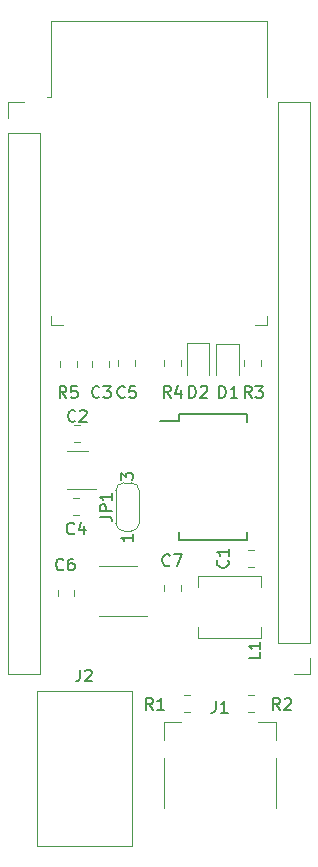
<source format=gto>
G04 #@! TF.GenerationSoftware,KiCad,Pcbnew,(5.1.4-0-10_14)*
G04 #@! TF.CreationDate,2019-11-01T18:28:51-07:00*
G04 #@! TF.ProjectId,esp32-generic-board,65737033-322d-4676-956e-657269632d62,rev?*
G04 #@! TF.SameCoordinates,Original*
G04 #@! TF.FileFunction,Legend,Top*
G04 #@! TF.FilePolarity,Positive*
%FSLAX46Y46*%
G04 Gerber Fmt 4.6, Leading zero omitted, Abs format (unit mm)*
G04 Created by KiCad (PCBNEW (5.1.4-0-10_14)) date 2019-11-01 18:28:51*
%MOMM*%
%LPD*%
G04 APERTURE LIST*
%ADD10C,0.120000*%
%ADD11C,0.100000*%
%ADD12C,0.150000*%
G04 APERTURE END LIST*
D10*
X-60000Y-48320000D02*
X2600000Y-48320000D01*
X-60000Y-2540000D02*
X-60000Y-48320000D01*
X2600000Y-2540000D02*
X2600000Y-48320000D01*
X-60000Y-2540000D02*
X2600000Y-2540000D01*
X-60000Y-1270000D02*
X-60000Y60000D01*
X-60000Y60000D02*
X1270000Y60000D01*
X21093500Y-52415000D02*
X22593500Y-52415000D01*
X13093500Y-52415000D02*
X13093500Y-53935000D01*
X13093500Y-52415000D02*
X14593500Y-52415000D01*
X22593500Y-55435000D02*
X22593500Y-59675000D01*
X22593500Y-52415000D02*
X22593500Y-53935000D01*
X13093500Y-55435000D02*
X13093500Y-59675000D01*
X25460000Y-48320000D02*
X24130000Y-48320000D01*
X25460000Y-46990000D02*
X25460000Y-48320000D01*
X25460000Y-45720000D02*
X22800000Y-45720000D01*
X22800000Y-45720000D02*
X22800000Y60000D01*
X25460000Y-45720000D02*
X25460000Y60000D01*
X25460000Y60000D02*
X22800000Y60000D01*
X20769078Y-39254500D02*
X20251922Y-39254500D01*
X20769078Y-37834500D02*
X20251922Y-37834500D01*
X5534922Y-28713500D02*
X6052078Y-28713500D01*
X5534922Y-27293500D02*
X6052078Y-27293500D01*
X7037000Y-21824422D02*
X7037000Y-22341578D01*
X8457000Y-21824422D02*
X8457000Y-22341578D01*
X5441422Y-33453000D02*
X5958578Y-33453000D01*
X5441422Y-34873000D02*
X5958578Y-34873000D01*
X9259500Y-21790922D02*
X9259500Y-22308078D01*
X10679500Y-21790922D02*
X10679500Y-22308078D01*
X5536000Y-41255422D02*
X5536000Y-41772578D01*
X4116000Y-41255422D02*
X4116000Y-41772578D01*
X19438500Y-23049500D02*
X19438500Y-20364500D01*
X19438500Y-20364500D02*
X17518500Y-20364500D01*
X17518500Y-20364500D02*
X17518500Y-23049500D01*
X15042000Y-20349500D02*
X15042000Y-23034500D01*
X16962000Y-20349500D02*
X15042000Y-20349500D01*
X16962000Y-23034500D02*
X16962000Y-20349500D01*
X10398000Y-49776000D02*
X2398000Y-49776000D01*
X2398000Y-49776000D02*
X2398000Y-62876000D01*
D11*
X10398000Y-62876000D02*
X2398000Y-62876000D01*
X10398000Y-49776000D02*
X10398000Y-62876000D01*
D10*
X10333000Y-36246500D02*
X9733000Y-36246500D01*
X11033000Y-32796500D02*
X11033000Y-35596500D01*
X9733000Y-32146500D02*
X10333000Y-32146500D01*
X9033000Y-35596500D02*
X9033000Y-32796500D01*
X9033000Y-32846500D02*
G75*
G02X9733000Y-32146500I700000J0D01*
G01*
X10333000Y-32146500D02*
G75*
G02X11033000Y-32846500I0J-700000D01*
G01*
X11033000Y-35546500D02*
G75*
G02X10333000Y-36246500I-700000J0D01*
G01*
X9733000Y-36246500D02*
G75*
G02X9033000Y-35546500I0J700000D01*
G01*
X16029000Y-40977000D02*
X16029000Y-40032000D01*
X16029000Y-40032000D02*
X21309000Y-40032000D01*
X21309000Y-40032000D02*
X21309000Y-40977000D01*
X16029000Y-44367000D02*
X16029000Y-45312000D01*
X16029000Y-45312000D02*
X21309000Y-45312000D01*
X21309000Y-45312000D02*
X21309000Y-44367000D01*
X14775922Y-50153500D02*
X15293078Y-50153500D01*
X14775922Y-51573500D02*
X15293078Y-51573500D01*
X20236922Y-51573500D02*
X20754078Y-51573500D01*
X20236922Y-50153500D02*
X20754078Y-50153500D01*
X19927500Y-22308078D02*
X19927500Y-21790922D01*
X21347500Y-22308078D02*
X21347500Y-21790922D01*
X14553000Y-22293078D02*
X14553000Y-21775922D01*
X13133000Y-22293078D02*
X13133000Y-21775922D01*
X4306500Y-22341578D02*
X4306500Y-21824422D01*
X5726500Y-22341578D02*
X5726500Y-21824422D01*
X6721500Y-29441500D02*
X4921500Y-29441500D01*
X4921500Y-32661500D02*
X7371500Y-32661500D01*
X10817500Y-39209000D02*
X7597500Y-39209000D01*
X11707500Y-43468000D02*
X7597500Y-43468000D01*
D12*
X14397000Y-26361500D02*
X14397000Y-26936500D01*
X20147000Y-26361500D02*
X20147000Y-27011500D01*
X20147000Y-37011500D02*
X20147000Y-36361500D01*
X14397000Y-37011500D02*
X14397000Y-36361500D01*
X14397000Y-26361500D02*
X20147000Y-26361500D01*
X14397000Y-37011500D02*
X20147000Y-37011500D01*
X14397000Y-26936500D02*
X12797000Y-26936500D01*
D10*
X3580000Y-18053500D02*
X3580000Y-18833500D01*
X3580000Y-18833500D02*
X4580000Y-18833500D01*
X21820000Y-18053500D02*
X21820000Y-18833500D01*
X21820000Y-18833500D02*
X20820000Y-18833500D01*
X3580000Y6911500D02*
X21820000Y6911500D01*
X21820000Y6911500D02*
X21820000Y491500D01*
X3580000Y6911500D02*
X3580000Y491500D01*
X3580000Y491500D02*
X3200000Y491500D01*
X13133000Y-41358078D02*
X13133000Y-40840922D01*
X14553000Y-41358078D02*
X14553000Y-40840922D01*
D12*
X17510166Y-50633380D02*
X17510166Y-51347666D01*
X17462547Y-51490523D01*
X17367309Y-51585761D01*
X17224452Y-51633380D01*
X17129214Y-51633380D01*
X18510166Y-51633380D02*
X17938738Y-51633380D01*
X18224452Y-51633380D02*
X18224452Y-50633380D01*
X18129214Y-50776238D01*
X18033976Y-50871476D01*
X17938738Y-50919095D01*
X18503142Y-38711166D02*
X18550761Y-38758785D01*
X18598380Y-38901642D01*
X18598380Y-38996880D01*
X18550761Y-39139738D01*
X18455523Y-39234976D01*
X18360285Y-39282595D01*
X18169809Y-39330214D01*
X18026952Y-39330214D01*
X17836476Y-39282595D01*
X17741238Y-39234976D01*
X17646000Y-39139738D01*
X17598380Y-38996880D01*
X17598380Y-38901642D01*
X17646000Y-38758785D01*
X17693619Y-38711166D01*
X18598380Y-37758785D02*
X18598380Y-38330214D01*
X18598380Y-38044500D02*
X17598380Y-38044500D01*
X17741238Y-38139738D01*
X17836476Y-38234976D01*
X17884095Y-38330214D01*
X5611833Y-26900142D02*
X5564214Y-26947761D01*
X5421357Y-26995380D01*
X5326119Y-26995380D01*
X5183261Y-26947761D01*
X5088023Y-26852523D01*
X5040404Y-26757285D01*
X4992785Y-26566809D01*
X4992785Y-26423952D01*
X5040404Y-26233476D01*
X5088023Y-26138238D01*
X5183261Y-26043000D01*
X5326119Y-25995380D01*
X5421357Y-25995380D01*
X5564214Y-26043000D01*
X5611833Y-26090619D01*
X5992785Y-26090619D02*
X6040404Y-26043000D01*
X6135642Y-25995380D01*
X6373738Y-25995380D01*
X6468976Y-26043000D01*
X6516595Y-26090619D01*
X6564214Y-26185857D01*
X6564214Y-26281095D01*
X6516595Y-26423952D01*
X5945166Y-26995380D01*
X6564214Y-26995380D01*
X7643833Y-24868142D02*
X7596214Y-24915761D01*
X7453357Y-24963380D01*
X7358119Y-24963380D01*
X7215261Y-24915761D01*
X7120023Y-24820523D01*
X7072404Y-24725285D01*
X7024785Y-24534809D01*
X7024785Y-24391952D01*
X7072404Y-24201476D01*
X7120023Y-24106238D01*
X7215261Y-24011000D01*
X7358119Y-23963380D01*
X7453357Y-23963380D01*
X7596214Y-24011000D01*
X7643833Y-24058619D01*
X7977166Y-23963380D02*
X8596214Y-23963380D01*
X8262880Y-24344333D01*
X8405738Y-24344333D01*
X8500976Y-24391952D01*
X8548595Y-24439571D01*
X8596214Y-24534809D01*
X8596214Y-24772904D01*
X8548595Y-24868142D01*
X8500976Y-24915761D01*
X8405738Y-24963380D01*
X8120023Y-24963380D01*
X8024785Y-24915761D01*
X7977166Y-24868142D01*
X5518333Y-36425142D02*
X5470714Y-36472761D01*
X5327857Y-36520380D01*
X5232619Y-36520380D01*
X5089761Y-36472761D01*
X4994523Y-36377523D01*
X4946904Y-36282285D01*
X4899285Y-36091809D01*
X4899285Y-35948952D01*
X4946904Y-35758476D01*
X4994523Y-35663238D01*
X5089761Y-35568000D01*
X5232619Y-35520380D01*
X5327857Y-35520380D01*
X5470714Y-35568000D01*
X5518333Y-35615619D01*
X6375476Y-35853714D02*
X6375476Y-36520380D01*
X6137380Y-35472761D02*
X5899285Y-36187047D01*
X6518333Y-36187047D01*
X9802833Y-24868142D02*
X9755214Y-24915761D01*
X9612357Y-24963380D01*
X9517119Y-24963380D01*
X9374261Y-24915761D01*
X9279023Y-24820523D01*
X9231404Y-24725285D01*
X9183785Y-24534809D01*
X9183785Y-24391952D01*
X9231404Y-24201476D01*
X9279023Y-24106238D01*
X9374261Y-24011000D01*
X9517119Y-23963380D01*
X9612357Y-23963380D01*
X9755214Y-24011000D01*
X9802833Y-24058619D01*
X10707595Y-23963380D02*
X10231404Y-23963380D01*
X10183785Y-24439571D01*
X10231404Y-24391952D01*
X10326642Y-24344333D01*
X10564738Y-24344333D01*
X10659976Y-24391952D01*
X10707595Y-24439571D01*
X10755214Y-24534809D01*
X10755214Y-24772904D01*
X10707595Y-24868142D01*
X10659976Y-24915761D01*
X10564738Y-24963380D01*
X10326642Y-24963380D01*
X10231404Y-24915761D01*
X10183785Y-24868142D01*
X4595833Y-39473142D02*
X4548214Y-39520761D01*
X4405357Y-39568380D01*
X4310119Y-39568380D01*
X4167261Y-39520761D01*
X4072023Y-39425523D01*
X4024404Y-39330285D01*
X3976785Y-39139809D01*
X3976785Y-38996952D01*
X4024404Y-38806476D01*
X4072023Y-38711238D01*
X4167261Y-38616000D01*
X4310119Y-38568380D01*
X4405357Y-38568380D01*
X4548214Y-38616000D01*
X4595833Y-38663619D01*
X5452976Y-38568380D02*
X5262500Y-38568380D01*
X5167261Y-38616000D01*
X5119642Y-38663619D01*
X5024404Y-38806476D01*
X4976785Y-38996952D01*
X4976785Y-39377904D01*
X5024404Y-39473142D01*
X5072023Y-39520761D01*
X5167261Y-39568380D01*
X5357738Y-39568380D01*
X5452976Y-39520761D01*
X5500595Y-39473142D01*
X5548214Y-39377904D01*
X5548214Y-39139809D01*
X5500595Y-39044571D01*
X5452976Y-38996952D01*
X5357738Y-38949333D01*
X5167261Y-38949333D01*
X5072023Y-38996952D01*
X5024404Y-39044571D01*
X4976785Y-39139809D01*
X17803904Y-24963380D02*
X17803904Y-23963380D01*
X18042000Y-23963380D01*
X18184857Y-24011000D01*
X18280095Y-24106238D01*
X18327714Y-24201476D01*
X18375333Y-24391952D01*
X18375333Y-24534809D01*
X18327714Y-24725285D01*
X18280095Y-24820523D01*
X18184857Y-24915761D01*
X18042000Y-24963380D01*
X17803904Y-24963380D01*
X19327714Y-24963380D02*
X18756285Y-24963380D01*
X19042000Y-24963380D02*
X19042000Y-23963380D01*
X18946761Y-24106238D01*
X18851523Y-24201476D01*
X18756285Y-24249095D01*
X15263904Y-24948380D02*
X15263904Y-23948380D01*
X15502000Y-23948380D01*
X15644857Y-23996000D01*
X15740095Y-24091238D01*
X15787714Y-24186476D01*
X15835333Y-24376952D01*
X15835333Y-24519809D01*
X15787714Y-24710285D01*
X15740095Y-24805523D01*
X15644857Y-24900761D01*
X15502000Y-24948380D01*
X15263904Y-24948380D01*
X16216285Y-24043619D02*
X16263904Y-23996000D01*
X16359142Y-23948380D01*
X16597238Y-23948380D01*
X16692476Y-23996000D01*
X16740095Y-24043619D01*
X16787714Y-24138857D01*
X16787714Y-24234095D01*
X16740095Y-24376952D01*
X16168666Y-24948380D01*
X16787714Y-24948380D01*
X6016666Y-47966380D02*
X6016666Y-48680666D01*
X5969047Y-48823523D01*
X5873809Y-48918761D01*
X5730952Y-48966380D01*
X5635714Y-48966380D01*
X6445238Y-48061619D02*
X6492857Y-48014000D01*
X6588095Y-47966380D01*
X6826190Y-47966380D01*
X6921428Y-48014000D01*
X6969047Y-48061619D01*
X7016666Y-48156857D01*
X7016666Y-48252095D01*
X6969047Y-48394952D01*
X6397619Y-48966380D01*
X7016666Y-48966380D01*
X7685380Y-35029833D02*
X8399666Y-35029833D01*
X8542523Y-35077452D01*
X8637761Y-35172690D01*
X8685380Y-35315547D01*
X8685380Y-35410785D01*
X8685380Y-34553642D02*
X7685380Y-34553642D01*
X7685380Y-34172690D01*
X7733000Y-34077452D01*
X7780619Y-34029833D01*
X7875857Y-33982214D01*
X8018714Y-33982214D01*
X8113952Y-34029833D01*
X8161571Y-34077452D01*
X8209190Y-34172690D01*
X8209190Y-34553642D01*
X8685380Y-33029833D02*
X8685380Y-33601261D01*
X8685380Y-33315547D02*
X7685380Y-33315547D01*
X7828238Y-33410785D01*
X7923476Y-33506023D01*
X7971095Y-33601261D01*
X9485380Y-31929833D02*
X9485380Y-31310785D01*
X9866333Y-31644119D01*
X9866333Y-31501261D01*
X9913952Y-31406023D01*
X9961571Y-31358404D01*
X10056809Y-31310785D01*
X10294904Y-31310785D01*
X10390142Y-31358404D01*
X10437761Y-31406023D01*
X10485380Y-31501261D01*
X10485380Y-31786976D01*
X10437761Y-31882214D01*
X10390142Y-31929833D01*
X10485380Y-36510785D02*
X10485380Y-37082214D01*
X10485380Y-36796500D02*
X9485380Y-36796500D01*
X9628238Y-36891738D01*
X9723476Y-36986976D01*
X9771095Y-37082214D01*
X21280380Y-46521666D02*
X21280380Y-46997857D01*
X20280380Y-46997857D01*
X21280380Y-45664523D02*
X21280380Y-46235952D01*
X21280380Y-45950238D02*
X20280380Y-45950238D01*
X20423238Y-46045476D01*
X20518476Y-46140714D01*
X20566095Y-46235952D01*
X12185833Y-51379380D02*
X11852500Y-50903190D01*
X11614404Y-51379380D02*
X11614404Y-50379380D01*
X11995357Y-50379380D01*
X12090595Y-50427000D01*
X12138214Y-50474619D01*
X12185833Y-50569857D01*
X12185833Y-50712714D01*
X12138214Y-50807952D01*
X12090595Y-50855571D01*
X11995357Y-50903190D01*
X11614404Y-50903190D01*
X13138214Y-51379380D02*
X12566785Y-51379380D01*
X12852500Y-51379380D02*
X12852500Y-50379380D01*
X12757261Y-50522238D01*
X12662023Y-50617476D01*
X12566785Y-50665095D01*
X22947333Y-51379380D02*
X22614000Y-50903190D01*
X22375904Y-51379380D02*
X22375904Y-50379380D01*
X22756857Y-50379380D01*
X22852095Y-50427000D01*
X22899714Y-50474619D01*
X22947333Y-50569857D01*
X22947333Y-50712714D01*
X22899714Y-50807952D01*
X22852095Y-50855571D01*
X22756857Y-50903190D01*
X22375904Y-50903190D01*
X23328285Y-50474619D02*
X23375904Y-50427000D01*
X23471142Y-50379380D01*
X23709238Y-50379380D01*
X23804476Y-50427000D01*
X23852095Y-50474619D01*
X23899714Y-50569857D01*
X23899714Y-50665095D01*
X23852095Y-50807952D01*
X23280666Y-51379380D01*
X23899714Y-51379380D01*
X20534333Y-24978380D02*
X20201000Y-24502190D01*
X19962904Y-24978380D02*
X19962904Y-23978380D01*
X20343857Y-23978380D01*
X20439095Y-24026000D01*
X20486714Y-24073619D01*
X20534333Y-24168857D01*
X20534333Y-24311714D01*
X20486714Y-24406952D01*
X20439095Y-24454571D01*
X20343857Y-24502190D01*
X19962904Y-24502190D01*
X20867666Y-23978380D02*
X21486714Y-23978380D01*
X21153380Y-24359333D01*
X21296238Y-24359333D01*
X21391476Y-24406952D01*
X21439095Y-24454571D01*
X21486714Y-24549809D01*
X21486714Y-24787904D01*
X21439095Y-24883142D01*
X21391476Y-24930761D01*
X21296238Y-24978380D01*
X21010523Y-24978380D01*
X20915285Y-24930761D01*
X20867666Y-24883142D01*
X13676333Y-24948380D02*
X13343000Y-24472190D01*
X13104904Y-24948380D02*
X13104904Y-23948380D01*
X13485857Y-23948380D01*
X13581095Y-23996000D01*
X13628714Y-24043619D01*
X13676333Y-24138857D01*
X13676333Y-24281714D01*
X13628714Y-24376952D01*
X13581095Y-24424571D01*
X13485857Y-24472190D01*
X13104904Y-24472190D01*
X14533476Y-24281714D02*
X14533476Y-24948380D01*
X14295380Y-23900761D02*
X14057285Y-24615047D01*
X14676333Y-24615047D01*
X4849833Y-24963380D02*
X4516500Y-24487190D01*
X4278404Y-24963380D02*
X4278404Y-23963380D01*
X4659357Y-23963380D01*
X4754595Y-24011000D01*
X4802214Y-24058619D01*
X4849833Y-24153857D01*
X4849833Y-24296714D01*
X4802214Y-24391952D01*
X4754595Y-24439571D01*
X4659357Y-24487190D01*
X4278404Y-24487190D01*
X5754595Y-23963380D02*
X5278404Y-23963380D01*
X5230785Y-24439571D01*
X5278404Y-24391952D01*
X5373642Y-24344333D01*
X5611738Y-24344333D01*
X5706976Y-24391952D01*
X5754595Y-24439571D01*
X5802214Y-24534809D01*
X5802214Y-24772904D01*
X5754595Y-24868142D01*
X5706976Y-24915761D01*
X5611738Y-24963380D01*
X5373642Y-24963380D01*
X5278404Y-24915761D01*
X5230785Y-24868142D01*
X13612833Y-39122142D02*
X13565214Y-39169761D01*
X13422357Y-39217380D01*
X13327119Y-39217380D01*
X13184261Y-39169761D01*
X13089023Y-39074523D01*
X13041404Y-38979285D01*
X12993785Y-38788809D01*
X12993785Y-38645952D01*
X13041404Y-38455476D01*
X13089023Y-38360238D01*
X13184261Y-38265000D01*
X13327119Y-38217380D01*
X13422357Y-38217380D01*
X13565214Y-38265000D01*
X13612833Y-38312619D01*
X13946166Y-38217380D02*
X14612833Y-38217380D01*
X14184261Y-39217380D01*
M02*

</source>
